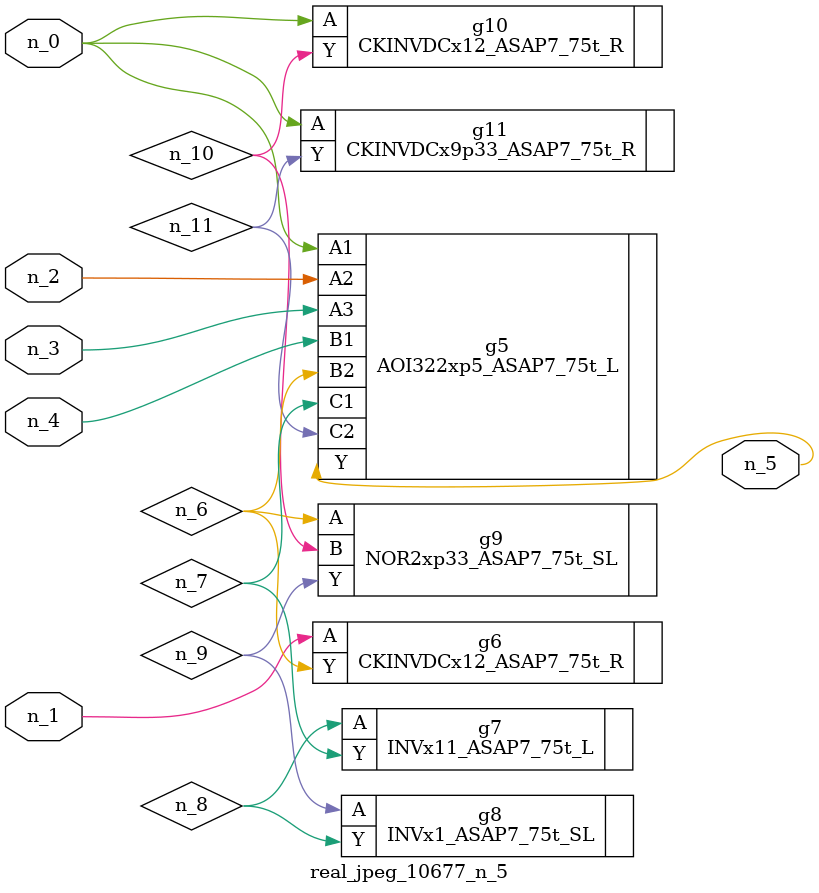
<source format=v>
module real_jpeg_10677_n_5 (n_4, n_0, n_1, n_2, n_3, n_5);

input n_4;
input n_0;
input n_1;
input n_2;
input n_3;

output n_5;

wire n_8;
wire n_11;
wire n_6;
wire n_7;
wire n_10;
wire n_9;

AOI322xp5_ASAP7_75t_L g5 ( 
.A1(n_0),
.A2(n_2),
.A3(n_3),
.B1(n_4),
.B2(n_6),
.C1(n_7),
.C2(n_11),
.Y(n_5)
);

CKINVDCx12_ASAP7_75t_R g10 ( 
.A(n_0),
.Y(n_10)
);

CKINVDCx9p33_ASAP7_75t_R g11 ( 
.A(n_0),
.Y(n_11)
);

CKINVDCx12_ASAP7_75t_R g6 ( 
.A(n_1),
.Y(n_6)
);

NOR2xp33_ASAP7_75t_SL g9 ( 
.A(n_6),
.B(n_10),
.Y(n_9)
);

INVx11_ASAP7_75t_L g7 ( 
.A(n_8),
.Y(n_7)
);

INVx1_ASAP7_75t_SL g8 ( 
.A(n_9),
.Y(n_8)
);


endmodule
</source>
